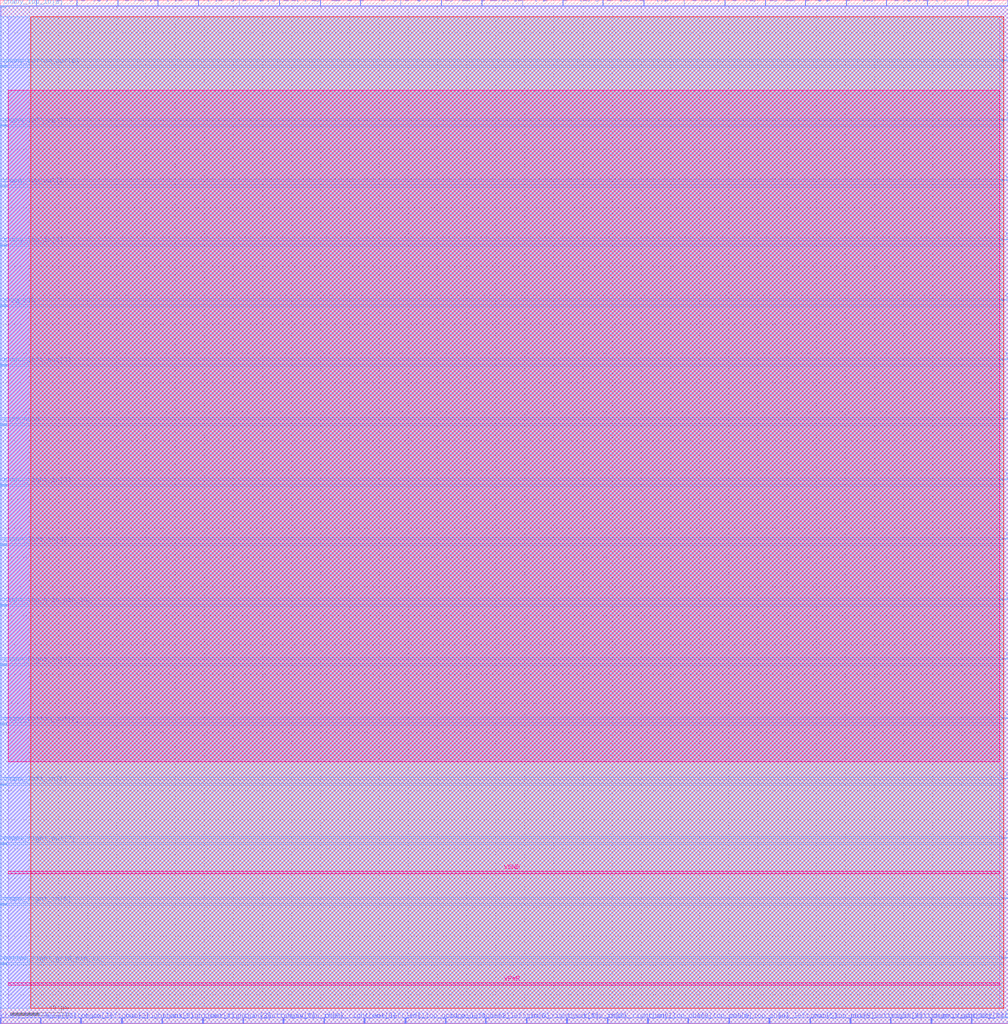
<source format=lef>
VERSION 5.7 ;
  NAMESCASESENSITIVE ON ;
  NOWIREEXTENSIONATPIN ON ;
  DIVIDERCHAR "/" ;
  BUSBITCHARS "[]" ;
UNITS
  DATABASE MICRONS 200 ;
END UNITS

MACRO sb_1__1_
  CLASS BLOCK ;
  FOREIGN sb_1__1_ ;
  ORIGIN 0.000 0.000 ;
  SIZE 691.770 BY 702.485 ;
  PIN bottom_left_grid_pin_13_
    DIRECTION INPUT ;
    PORT
      LAYER met2 ;
        RECT 497.350 698.485 497.630 702.485 ;
    END
  END bottom_left_grid_pin_13_
  PIN bottom_right_grid_pin_11_
    DIRECTION INPUT ;
    PORT
      LAYER met3 ;
        RECT 0.000 40.840 4.000 41.440 ;
    END
  END bottom_right_grid_pin_11_
  PIN ccff_head
    DIRECTION INPUT ;
    PORT
      LAYER met3 ;
        RECT 0.000 410.760 4.000 411.360 ;
    END
  END ccff_head
  PIN ccff_tail
    DIRECTION OUTPUT TRISTATE ;
    PORT
      LAYER met2 ;
        RECT 219.510 698.485 219.790 702.485 ;
    END
  END ccff_tail
  PIN chanx_left_in[0]
    DIRECTION INPUT ;
    PORT
      LAYER met3 ;
        RECT 687.765 373.360 691.765 373.960 ;
    END
  END chanx_left_in[0]
  PIN chanx_left_in[1]
    DIRECTION INPUT ;
    PORT
      LAYER met2 ;
        RECT 249.870 0.000 250.150 4.000 ;
    END
  END chanx_left_in[1]
  PIN chanx_left_in[2]
    DIRECTION INPUT ;
    PORT
      LAYER met2 ;
        RECT 305.530 0.000 305.810 4.000 ;
    END
  END chanx_left_in[2]
  PIN chanx_left_in[3]
    DIRECTION INPUT ;
    PORT
      LAYER met3 ;
        RECT 687.765 455.640 691.765 456.240 ;
    END
  END chanx_left_in[3]
  PIN chanx_left_in[4]
    DIRECTION INPUT ;
    PORT
      LAYER met2 ;
        RECT 524.950 698.485 525.230 702.485 ;
    END
  END chanx_left_in[4]
  PIN chanx_left_in[5]
    DIRECTION INPUT ;
    PORT
      LAYER met3 ;
        RECT 0.000 328.480 4.000 329.080 ;
    END
  END chanx_left_in[5]
  PIN chanx_left_in[6]
    DIRECTION INPUT ;
    PORT
      LAYER met3 ;
        RECT 0.000 163.920 4.000 164.520 ;
    END
  END chanx_left_in[6]
  PIN chanx_left_in[7]
    DIRECTION INPUT ;
    PORT
      LAYER met2 ;
        RECT 663.870 698.485 664.150 702.485 ;
    END
  END chanx_left_in[7]
  PIN chanx_left_in[8]
    DIRECTION INPUT ;
    PORT
      LAYER met2 ;
        RECT 333.130 0.000 333.410 4.000 ;
    END
  END chanx_left_in[8]
  PIN chanx_left_out[0]
    DIRECTION OUTPUT TRISTATE ;
    PORT
      LAYER met2 ;
        RECT 358.430 698.485 358.710 702.485 ;
    END
  END chanx_left_out[0]
  PIN chanx_left_out[1]
    DIRECTION OUTPUT TRISTATE ;
    PORT
      LAYER met3 ;
        RECT 687.765 332.560 691.765 333.160 ;
    END
  END chanx_left_out[1]
  PIN chanx_left_out[2]
    DIRECTION OUTPUT TRISTATE ;
    PORT
      LAYER met2 ;
        RECT 55.290 0.000 55.570 4.000 ;
    END
  END chanx_left_out[2]
  PIN chanx_left_out[3]
    DIRECTION OUTPUT TRISTATE ;
    PORT
      LAYER met3 ;
        RECT 0.000 451.560 4.000 452.160 ;
    END
  END chanx_left_out[3]
  PIN chanx_left_out[4]
    DIRECTION OUTPUT TRISTATE ;
    PORT
      LAYER met2 ;
        RECT 552.550 698.485 552.830 702.485 ;
    END
  END chanx_left_out[4]
  PIN chanx_left_out[5]
    DIRECTION OUTPUT TRISTATE ;
    PORT
      LAYER met2 ;
        RECT 527.710 0.000 527.990 4.000 ;
    END
  END chanx_left_out[5]
  PIN chanx_left_out[6]
    DIRECTION OUTPUT TRISTATE ;
    PORT
      LAYER met3 ;
        RECT 687.765 4.120 691.765 4.720 ;
    END
  END chanx_left_out[6]
  PIN chanx_left_out[7]
    DIRECTION OUTPUT TRISTATE ;
    PORT
      LAYER met3 ;
        RECT 0.000 616.120 4.000 616.720 ;
    END
  END chanx_left_out[7]
  PIN chanx_left_out[8]
    DIRECTION OUTPUT TRISTATE ;
    PORT
      LAYER met3 ;
        RECT 687.765 578.720 691.765 579.320 ;
    END
  END chanx_left_out[8]
  PIN chanx_right_in[0]
    DIRECTION INPUT ;
    PORT
      LAYER met2 ;
        RECT 386.030 698.485 386.310 702.485 ;
    END
  END chanx_right_in[0]
  PIN chanx_right_in[1]
    DIRECTION INPUT ;
    PORT
      LAYER met2 ;
        RECT 416.850 0.000 417.130 4.000 ;
    END
  END chanx_right_in[1]
  PIN chanx_right_in[2]
    DIRECTION INPUT ;
    PORT
      LAYER met3 ;
        RECT 0.000 369.280 4.000 369.880 ;
    END
  END chanx_right_in[2]
  PIN chanx_right_in[3]
    DIRECTION INPUT ;
    PORT
      LAYER met2 ;
        RECT 139.010 0.000 139.290 4.000 ;
    END
  END chanx_right_in[3]
  PIN chanx_right_in[4]
    DIRECTION INPUT ;
    PORT
      LAYER met3 ;
        RECT 687.765 496.440 691.765 497.040 ;
    END
  END chanx_right_in[4]
  PIN chanx_right_in[5]
    DIRECTION INPUT ;
    PORT
      LAYER met2 ;
        RECT 163.850 698.485 164.130 702.485 ;
    END
  END chanx_right_in[5]
  PIN chanx_right_in[6]
    DIRECTION INPUT ;
    PORT
      LAYER met3 ;
        RECT 0.000 81.640 4.000 82.240 ;
    END
  END chanx_right_in[6]
  PIN chanx_right_in[7]
    DIRECTION INPUT ;
    PORT
      LAYER met3 ;
        RECT 0.000 246.200 4.000 246.800 ;
    END
  END chanx_right_in[7]
  PIN chanx_right_in[8]
    DIRECTION INPUT ;
    PORT
      LAYER met2 ;
        RECT 247.110 698.485 247.390 702.485 ;
    END
  END chanx_right_in[8]
  PIN chanx_right_out[0]
    DIRECTION OUTPUT TRISTATE ;
    PORT
      LAYER met2 ;
        RECT 639.030 0.000 639.310 4.000 ;
    END
  END chanx_right_out[0]
  PIN chanx_right_out[1]
    DIRECTION OUTPUT TRISTATE ;
    PORT
      LAYER met2 ;
        RECT 24.930 698.485 25.210 702.485 ;
    END
  END chanx_right_out[1]
  PIN chanx_right_out[2]
    DIRECTION OUTPUT TRISTATE ;
    PORT
      LAYER met3 ;
        RECT 687.765 44.920 691.765 45.520 ;
    END
  END chanx_right_out[2]
  PIN chanx_right_out[3]
    DIRECTION OUTPUT TRISTATE ;
    PORT
      LAYER met2 ;
        RECT 135.790 698.485 136.070 702.485 ;
    END
  END chanx_right_out[3]
  PIN chanx_right_out[4]
    DIRECTION OUTPUT TRISTATE ;
    PORT
      LAYER met2 ;
        RECT 110.950 0.000 111.230 4.000 ;
    END
  END chanx_right_out[4]
  PIN chanx_right_out[5]
    DIRECTION OUTPUT TRISTATE ;
    PORT
      LAYER met2 ;
        RECT 83.350 0.000 83.630 4.000 ;
    END
  END chanx_right_out[5]
  PIN chanx_right_out[6]
    DIRECTION OUTPUT TRISTATE ;
    PORT
      LAYER met2 ;
        RECT 361.190 0.000 361.470 4.000 ;
    END
  END chanx_right_out[6]
  PIN chanx_right_out[7]
    DIRECTION OUTPUT TRISTATE ;
    PORT
      LAYER met3 ;
        RECT 0.000 123.120 4.000 123.720 ;
    END
  END chanx_right_out[7]
  PIN chanx_right_out[8]
    DIRECTION OUTPUT TRISTATE ;
    PORT
      LAYER met2 ;
        RECT 222.270 0.000 222.550 4.000 ;
    END
  END chanx_right_out[8]
  PIN chany_bottom_in[0]
    DIRECTION INPUT ;
    PORT
      LAYER met2 ;
        RECT 166.610 0.000 166.890 4.000 ;
    END
  END chany_bottom_in[0]
  PIN chany_bottom_in[1]
    DIRECTION INPUT ;
    PORT
      LAYER met2 ;
        RECT 580.610 698.485 580.890 702.485 ;
    END
  END chany_bottom_in[1]
  PIN chany_bottom_in[2]
    DIRECTION INPUT ;
    PORT
      LAYER met2 ;
        RECT 27.690 0.000 27.970 4.000 ;
    END
  END chany_bottom_in[2]
  PIN chany_bottom_in[3]
    DIRECTION INPUT ;
    PORT
      LAYER met3 ;
        RECT 687.765 291.080 691.765 291.680 ;
    END
  END chany_bottom_in[3]
  PIN chany_bottom_in[4]
    DIRECTION INPUT ;
    PORT
      LAYER met2 ;
        RECT 583.370 0.000 583.650 4.000 ;
    END
  END chany_bottom_in[4]
  PIN chany_bottom_in[5]
    DIRECTION INPUT ;
    PORT
      LAYER met2 ;
        RECT 469.290 698.485 469.570 702.485 ;
    END
  END chany_bottom_in[5]
  PIN chany_bottom_in[6]
    DIRECTION INPUT ;
    PORT
      LAYER met3 ;
        RECT 687.765 537.920 691.765 538.520 ;
    END
  END chany_bottom_in[6]
  PIN chany_bottom_in[7]
    DIRECTION INPUT ;
    PORT
      LAYER met3 ;
        RECT 687.765 250.280 691.765 250.880 ;
    END
  END chany_bottom_in[7]
  PIN chany_bottom_in[8]
    DIRECTION INPUT ;
    PORT
      LAYER met2 ;
        RECT 666.630 0.000 666.910 4.000 ;
    END
  END chany_bottom_in[8]
  PIN chany_bottom_out[0]
    DIRECTION OUTPUT TRISTATE ;
    PORT
      LAYER met3 ;
        RECT 0.000 205.400 4.000 206.000 ;
    END
  END chany_bottom_out[0]
  PIN chany_bottom_out[1]
    DIRECTION OUTPUT TRISTATE ;
    PORT
      LAYER met2 ;
        RECT 302.770 698.485 303.050 702.485 ;
    END
  END chany_bottom_out[1]
  PIN chany_bottom_out[2]
    DIRECTION OUTPUT TRISTATE ;
    PORT
      LAYER met3 ;
        RECT 687.765 209.480 691.765 210.080 ;
    END
  END chany_bottom_out[2]
  PIN chany_bottom_out[3]
    DIRECTION OUTPUT TRISTATE ;
    PORT
      LAYER met3 ;
        RECT 687.765 168.000 691.765 168.600 ;
    END
  END chany_bottom_out[3]
  PIN chany_bottom_out[4]
    DIRECTION OUTPUT TRISTATE ;
    PORT
      LAYER met2 ;
        RECT 441.690 698.485 441.970 702.485 ;
    END
  END chany_bottom_out[4]
  PIN chany_bottom_out[5]
    DIRECTION OUTPUT TRISTATE ;
    PORT
      LAYER met3 ;
        RECT 687.765 661.000 691.765 661.600 ;
    END
  END chany_bottom_out[5]
  PIN chany_bottom_out[6]
    DIRECTION OUTPUT TRISTATE ;
    PORT
      LAYER met3 ;
        RECT 0.000 656.920 4.000 657.520 ;
    END
  END chany_bottom_out[6]
  PIN chany_bottom_out[7]
    DIRECTION OUTPUT TRISTATE ;
    PORT
      LAYER met2 ;
        RECT 0.090 0.000 0.370 4.000 ;
    END
  END chany_bottom_out[7]
  PIN chany_bottom_out[8]
    DIRECTION OUTPUT TRISTATE ;
    PORT
      LAYER met2 ;
        RECT 52.530 698.485 52.810 702.485 ;
    END
  END chany_bottom_out[8]
  PIN chany_top_in[0]
    DIRECTION INPUT ;
    PORT
      LAYER met2 ;
        RECT 194.210 0.000 194.490 4.000 ;
    END
  END chany_top_in[0]
  PIN chany_top_in[1]
    DIRECTION INPUT ;
    PORT
      LAYER met2 ;
        RECT 108.190 698.485 108.470 702.485 ;
    END
  END chany_top_in[1]
  PIN chany_top_in[2]
    DIRECTION INPUT ;
    PORT
      LAYER met2 ;
        RECT 80.590 698.485 80.870 702.485 ;
    END
  END chany_top_in[2]
  PIN chany_top_in[3]
    DIRECTION INPUT ;
    PORT
      LAYER met2 ;
        RECT 388.790 0.000 389.070 4.000 ;
    END
  END chany_top_in[3]
  PIN chany_top_in[4]
    DIRECTION INPUT ;
    PORT
      LAYER met2 ;
        RECT 500.110 0.000 500.390 4.000 ;
    END
  END chany_top_in[4]
  PIN chany_top_in[5]
    DIRECTION INPUT ;
    PORT
      LAYER met2 ;
        RECT 608.210 698.485 608.490 702.485 ;
    END
  END chany_top_in[5]
  PIN chany_top_in[6]
    DIRECTION INPUT ;
    PORT
      LAYER met3 ;
        RECT 0.000 533.840 4.000 534.440 ;
    END
  END chany_top_in[6]
  PIN chany_top_in[7]
    DIRECTION INPUT ;
    PORT
      LAYER met3 ;
        RECT 687.765 85.720 691.765 86.320 ;
    END
  END chany_top_in[7]
  PIN chany_top_in[8]
    DIRECTION INPUT ;
    PORT
      LAYER met3 ;
        RECT 0.000 697.720 4.000 698.320 ;
    END
  END chany_top_in[8]
  PIN chany_top_out[0]
    DIRECTION OUTPUT TRISTATE ;
    PORT
      LAYER met2 ;
        RECT 413.630 698.485 413.910 702.485 ;
    END
  END chany_top_out[0]
  PIN chany_top_out[1]
    DIRECTION OUTPUT TRISTATE ;
    PORT
      LAYER met3 ;
        RECT 687.765 127.200 691.765 127.800 ;
    END
  END chany_top_out[1]
  PIN chany_top_out[2]
    DIRECTION OUTPUT TRISTATE ;
    PORT
      LAYER met3 ;
        RECT 0.000 574.640 4.000 575.240 ;
    END
  END chany_top_out[2]
  PIN chany_top_out[3]
    DIRECTION OUTPUT TRISTATE ;
    PORT
      LAYER met2 ;
        RECT 444.450 0.000 444.730 4.000 ;
    END
  END chany_top_out[3]
  PIN chany_top_out[4]
    DIRECTION OUTPUT TRISTATE ;
    PORT
      LAYER met2 ;
        RECT 330.370 698.485 330.650 702.485 ;
    END
  END chany_top_out[4]
  PIN chany_top_out[5]
    DIRECTION OUTPUT TRISTATE ;
    PORT
      LAYER met2 ;
        RECT 555.770 0.000 556.050 4.000 ;
    END
  END chany_top_out[5]
  PIN chany_top_out[6]
    DIRECTION OUTPUT TRISTATE ;
    PORT
      LAYER met2 ;
        RECT 472.050 0.000 472.330 4.000 ;
    END
  END chany_top_out[6]
  PIN chany_top_out[7]
    DIRECTION OUTPUT TRISTATE ;
    PORT
      LAYER met2 ;
        RECT 691.470 698.485 691.750 702.485 ;
    END
  END chany_top_out[7]
  PIN chany_top_out[8]
    DIRECTION OUTPUT TRISTATE ;
    PORT
      LAYER met3 ;
        RECT 687.765 414.840 691.765 415.440 ;
    END
  END chany_top_out[8]
  PIN left_bottom_grid_pin_12_
    DIRECTION INPUT ;
    PORT
      LAYER met2 ;
        RECT 274.710 698.485 274.990 702.485 ;
    END
  END left_bottom_grid_pin_12_
  PIN left_top_grid_pin_10_
    DIRECTION INPUT ;
    PORT
      LAYER met2 ;
        RECT 277.930 0.000 278.210 4.000 ;
    END
  END left_top_grid_pin_10_
  PIN pReset
    DIRECTION INPUT ;
    PORT
      LAYER met2 ;
        RECT 636.270 698.485 636.550 702.485 ;
    END
  END pReset
  PIN prog_clk
    DIRECTION INPUT ;
    PORT
      LAYER met3 ;
        RECT 0.000 492.360 4.000 492.960 ;
    END
  END prog_clk
  PIN right_bottom_grid_pin_12_
    DIRECTION INPUT ;
    PORT
      LAYER met2 ;
        RECT 610.970 0.000 611.250 4.000 ;
    END
  END right_bottom_grid_pin_12_
  PIN right_top_grid_pin_10_
    DIRECTION INPUT ;
    PORT
      LAYER met3 ;
        RECT 0.000 287.000 4.000 287.600 ;
    END
  END right_top_grid_pin_10_
  PIN top_left_grid_pin_13_
    DIRECTION INPUT ;
    PORT
      LAYER met2 ;
        RECT 191.450 698.485 191.730 702.485 ;
    END
  END top_left_grid_pin_13_
  PIN top_right_grid_pin_11_
    DIRECTION INPUT ;
    PORT
      LAYER met3 ;
        RECT 687.765 620.200 691.765 620.800 ;
    END
  END top_right_grid_pin_11_
  PIN VPWR
    DIRECTION INPUT ;
    USE POWER ;
    PORT
      LAYER met5 ;
        RECT 5.520 26.490 685.860 28.090 ;
    END
  END VPWR
  PIN VGND
    DIRECTION INPUT ;
    USE GROUND ;
    PORT
      LAYER met5 ;
        RECT 5.520 103.080 685.860 104.680 ;
    END
  END VGND
  OBS
      LAYER li1 ;
        RECT 5.520 10.795 685.860 690.965 ;
      LAYER met1 ;
        RECT 0.530 0.380 691.770 698.660 ;
      LAYER met2 ;
        RECT 0.090 698.205 24.650 698.770 ;
        RECT 25.490 698.205 52.250 698.770 ;
        RECT 53.090 698.205 80.310 698.770 ;
        RECT 81.150 698.205 107.910 698.770 ;
        RECT 108.750 698.205 135.510 698.770 ;
        RECT 136.350 698.205 163.570 698.770 ;
        RECT 164.410 698.205 191.170 698.770 ;
        RECT 192.010 698.205 219.230 698.770 ;
        RECT 220.070 698.205 246.830 698.770 ;
        RECT 247.670 698.205 274.430 698.770 ;
        RECT 275.270 698.205 302.490 698.770 ;
        RECT 303.330 698.205 330.090 698.770 ;
        RECT 330.930 698.205 358.150 698.770 ;
        RECT 358.990 698.205 385.750 698.770 ;
        RECT 386.590 698.205 413.350 698.770 ;
        RECT 414.190 698.205 441.410 698.770 ;
        RECT 442.250 698.205 469.010 698.770 ;
        RECT 469.850 698.205 497.070 698.770 ;
        RECT 497.910 698.205 524.670 698.770 ;
        RECT 525.510 698.205 552.270 698.770 ;
        RECT 553.110 698.205 580.330 698.770 ;
        RECT 581.170 698.205 607.930 698.770 ;
        RECT 608.770 698.205 635.990 698.770 ;
        RECT 636.830 698.205 663.590 698.770 ;
        RECT 664.430 698.205 691.190 698.770 ;
        RECT 0.090 4.280 691.740 698.205 ;
        RECT 0.650 0.270 27.410 4.280 ;
        RECT 28.250 0.270 55.010 4.280 ;
        RECT 55.850 0.270 83.070 4.280 ;
        RECT 83.910 0.270 110.670 4.280 ;
        RECT 111.510 0.270 138.730 4.280 ;
        RECT 139.570 0.270 166.330 4.280 ;
        RECT 167.170 0.270 193.930 4.280 ;
        RECT 194.770 0.270 221.990 4.280 ;
        RECT 222.830 0.270 249.590 4.280 ;
        RECT 250.430 0.270 277.650 4.280 ;
        RECT 278.490 0.270 305.250 4.280 ;
        RECT 306.090 0.270 332.850 4.280 ;
        RECT 333.690 0.270 360.910 4.280 ;
        RECT 361.750 0.270 388.510 4.280 ;
        RECT 389.350 0.270 416.570 4.280 ;
        RECT 417.410 0.270 444.170 4.280 ;
        RECT 445.010 0.270 471.770 4.280 ;
        RECT 472.610 0.270 499.830 4.280 ;
        RECT 500.670 0.270 527.430 4.280 ;
        RECT 528.270 0.270 555.490 4.280 ;
        RECT 556.330 0.270 583.090 4.280 ;
        RECT 583.930 0.270 610.690 4.280 ;
        RECT 611.530 0.270 638.750 4.280 ;
        RECT 639.590 0.270 666.350 4.280 ;
        RECT 667.190 0.270 691.740 4.280 ;
      LAYER met3 ;
        RECT 0.065 662.000 688.810 691.045 ;
        RECT 0.065 660.600 687.365 662.000 ;
        RECT 0.065 657.920 688.810 660.600 ;
        RECT 4.400 656.520 688.810 657.920 ;
        RECT 0.065 621.200 688.810 656.520 ;
        RECT 0.065 619.800 687.365 621.200 ;
        RECT 0.065 617.120 688.810 619.800 ;
        RECT 4.400 615.720 688.810 617.120 ;
        RECT 0.065 579.720 688.810 615.720 ;
        RECT 0.065 578.320 687.365 579.720 ;
        RECT 0.065 575.640 688.810 578.320 ;
        RECT 4.400 574.240 688.810 575.640 ;
        RECT 0.065 538.920 688.810 574.240 ;
        RECT 0.065 537.520 687.365 538.920 ;
        RECT 0.065 534.840 688.810 537.520 ;
        RECT 4.400 533.440 688.810 534.840 ;
        RECT 0.065 497.440 688.810 533.440 ;
        RECT 0.065 496.040 687.365 497.440 ;
        RECT 0.065 493.360 688.810 496.040 ;
        RECT 4.400 491.960 688.810 493.360 ;
        RECT 0.065 456.640 688.810 491.960 ;
        RECT 0.065 455.240 687.365 456.640 ;
        RECT 0.065 452.560 688.810 455.240 ;
        RECT 4.400 451.160 688.810 452.560 ;
        RECT 0.065 415.840 688.810 451.160 ;
        RECT 0.065 414.440 687.365 415.840 ;
        RECT 0.065 411.760 688.810 414.440 ;
        RECT 4.400 410.360 688.810 411.760 ;
        RECT 0.065 374.360 688.810 410.360 ;
        RECT 0.065 372.960 687.365 374.360 ;
        RECT 0.065 370.280 688.810 372.960 ;
        RECT 4.400 368.880 688.810 370.280 ;
        RECT 0.065 333.560 688.810 368.880 ;
        RECT 0.065 332.160 687.365 333.560 ;
        RECT 0.065 329.480 688.810 332.160 ;
        RECT 4.400 328.080 688.810 329.480 ;
        RECT 0.065 292.080 688.810 328.080 ;
        RECT 0.065 290.680 687.365 292.080 ;
        RECT 0.065 288.000 688.810 290.680 ;
        RECT 4.400 286.600 688.810 288.000 ;
        RECT 0.065 251.280 688.810 286.600 ;
        RECT 0.065 249.880 687.365 251.280 ;
        RECT 0.065 247.200 688.810 249.880 ;
        RECT 4.400 245.800 688.810 247.200 ;
        RECT 0.065 210.480 688.810 245.800 ;
        RECT 0.065 209.080 687.365 210.480 ;
        RECT 0.065 206.400 688.810 209.080 ;
        RECT 4.400 205.000 688.810 206.400 ;
        RECT 0.065 169.000 688.810 205.000 ;
        RECT 0.065 167.600 687.365 169.000 ;
        RECT 0.065 164.920 688.810 167.600 ;
        RECT 4.400 163.520 688.810 164.920 ;
        RECT 0.065 128.200 688.810 163.520 ;
        RECT 0.065 126.800 687.365 128.200 ;
        RECT 0.065 124.120 688.810 126.800 ;
        RECT 4.400 122.720 688.810 124.120 ;
        RECT 0.065 86.720 688.810 122.720 ;
        RECT 0.065 85.320 687.365 86.720 ;
        RECT 0.065 82.640 688.810 85.320 ;
        RECT 4.400 81.240 688.810 82.640 ;
        RECT 0.065 45.920 688.810 81.240 ;
        RECT 0.065 44.520 687.365 45.920 ;
        RECT 0.065 41.840 688.810 44.520 ;
        RECT 4.400 40.440 688.810 41.840 ;
        RECT 0.065 10.715 688.810 40.440 ;
      LAYER met4 ;
        RECT 21.040 10.640 688.785 691.120 ;
      LAYER met5 ;
        RECT 5.520 179.670 685.860 640.810 ;
  END
END sb_1__1_
END LIBRARY


</source>
